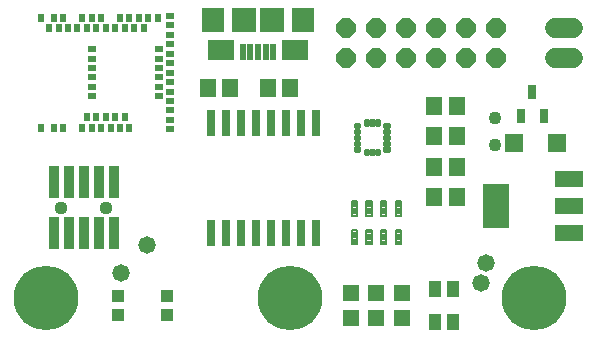
<source format=gts>
G04 EAGLE Gerber RS-274X export*
G75*
%MOMM*%
%FSLAX34Y34*%
%LPD*%
%INTop Solder Mask*%
%IPPOS*%
%AMOC8*
5,1,8,0,0,1.08239X$1,22.5*%
G01*
%ADD10C,1.651000*%
%ADD11R,1.327000X1.327000*%
%ADD12R,0.527000X1.477000*%
%ADD13R,2.227000X1.727000*%
%ADD14R,1.927000X2.027000*%
%ADD15R,2.027000X2.027000*%
%ADD16C,0.203669*%
%ADD17C,0.210238*%
%ADD18R,0.728900X2.179400*%
%ADD19R,0.527000X0.727000*%
%ADD20R,0.727000X0.527000*%
%ADD21R,1.427000X1.627000*%
%ADD22R,0.887000X2.727000*%
%ADD23C,1.127000*%
%ADD24R,1.027000X1.027000*%
%ADD25P,1.787026X8X22.500000*%
%ADD26R,1.027000X1.327000*%
%ADD27C,5.461000*%
%ADD28C,0.214650*%
%ADD29R,1.527000X1.527000*%
%ADD30R,0.762000X1.143000*%
%ADD31R,2.362200X1.346200*%
%ADD32R,2.327000X3.727000*%
%ADD33C,1.102000*%
%ADD34C,1.477000*%


D10*
X474980Y273050D02*
X490220Y273050D01*
X490220Y247650D02*
X474980Y247650D01*
D11*
X345440Y27600D03*
X345440Y48600D03*
D12*
X223520Y252730D03*
X230020Y252730D03*
X217020Y252730D03*
X236520Y252730D03*
X210520Y252730D03*
D13*
X254520Y253980D03*
X192520Y253980D03*
D14*
X261520Y279480D03*
X185520Y279480D03*
D15*
X235520Y279480D03*
X211520Y279480D03*
D16*
X307367Y102117D02*
X307367Y89783D01*
X302833Y89783D01*
X302833Y102117D01*
X307367Y102117D01*
X307367Y91718D02*
X302833Y91718D01*
X302833Y93653D02*
X307367Y93653D01*
X307367Y95588D02*
X302833Y95588D01*
X302833Y97523D02*
X307367Y97523D01*
X307367Y99458D02*
X302833Y99458D01*
X302833Y101393D02*
X307367Y101393D01*
D17*
X307334Y113816D02*
X307334Y126084D01*
X307334Y113816D02*
X302866Y113816D01*
X302866Y126084D01*
X307334Y126084D01*
X307334Y115813D02*
X302866Y115813D01*
X302866Y117810D02*
X307334Y117810D01*
X307334Y119807D02*
X302866Y119807D01*
X302866Y121804D02*
X307334Y121804D01*
X307334Y123801D02*
X302866Y123801D01*
X302866Y125798D02*
X307334Y125798D01*
X319834Y102084D02*
X319834Y89816D01*
X315366Y89816D01*
X315366Y102084D01*
X319834Y102084D01*
X319834Y91813D02*
X315366Y91813D01*
X315366Y93810D02*
X319834Y93810D01*
X319834Y95807D02*
X315366Y95807D01*
X315366Y97804D02*
X319834Y97804D01*
X319834Y99801D02*
X315366Y99801D01*
X315366Y101798D02*
X319834Y101798D01*
X332334Y102084D02*
X332334Y89816D01*
X327866Y89816D01*
X327866Y102084D01*
X332334Y102084D01*
X332334Y91813D02*
X327866Y91813D01*
X327866Y93810D02*
X332334Y93810D01*
X332334Y95807D02*
X327866Y95807D01*
X327866Y97804D02*
X332334Y97804D01*
X332334Y99801D02*
X327866Y99801D01*
X327866Y101798D02*
X332334Y101798D01*
X344834Y102084D02*
X344834Y89816D01*
X340366Y89816D01*
X340366Y102084D01*
X344834Y102084D01*
X344834Y91813D02*
X340366Y91813D01*
X340366Y93810D02*
X344834Y93810D01*
X344834Y95807D02*
X340366Y95807D01*
X340366Y97804D02*
X344834Y97804D01*
X344834Y99801D02*
X340366Y99801D01*
X340366Y101798D02*
X344834Y101798D01*
X344834Y113816D02*
X344834Y126084D01*
X344834Y113816D02*
X340366Y113816D01*
X340366Y126084D01*
X344834Y126084D01*
X344834Y115813D02*
X340366Y115813D01*
X340366Y117810D02*
X344834Y117810D01*
X344834Y119807D02*
X340366Y119807D01*
X340366Y121804D02*
X344834Y121804D01*
X344834Y123801D02*
X340366Y123801D01*
X340366Y125798D02*
X344834Y125798D01*
X332334Y126084D02*
X332334Y113816D01*
X327866Y113816D01*
X327866Y126084D01*
X332334Y126084D01*
X332334Y115813D02*
X327866Y115813D01*
X327866Y117810D02*
X332334Y117810D01*
X332334Y119807D02*
X327866Y119807D01*
X327866Y121804D02*
X332334Y121804D01*
X332334Y123801D02*
X327866Y123801D01*
X327866Y125798D02*
X332334Y125798D01*
X319834Y126084D02*
X319834Y113816D01*
X315366Y113816D01*
X315366Y126084D01*
X319834Y126084D01*
X319834Y115813D02*
X315366Y115813D01*
X315366Y117810D02*
X319834Y117810D01*
X319834Y119807D02*
X315366Y119807D01*
X315366Y121804D02*
X319834Y121804D01*
X319834Y123801D02*
X315366Y123801D01*
X315366Y125798D02*
X319834Y125798D01*
D18*
X184150Y99514D03*
X196850Y99514D03*
X209550Y99514D03*
X222250Y99514D03*
X234950Y99514D03*
X247650Y99514D03*
X260350Y99514D03*
X273050Y99514D03*
X273050Y192586D03*
X260350Y192586D03*
X247650Y192586D03*
X234950Y192586D03*
X222250Y192586D03*
X209550Y192586D03*
X196850Y192586D03*
X184150Y192586D03*
D11*
X302260Y27600D03*
X302260Y48600D03*
X323850Y27600D03*
X323850Y48600D03*
D19*
X39700Y188450D03*
X50700Y188450D03*
X58700Y188450D03*
X74700Y188450D03*
X78700Y197450D03*
X82700Y188450D03*
X86700Y197450D03*
X90700Y188450D03*
X94700Y197450D03*
X98700Y188450D03*
X102700Y197450D03*
X106700Y188450D03*
X110700Y197450D03*
X114700Y188450D03*
D20*
X148700Y186950D03*
X148700Y194950D03*
X148700Y202950D03*
X148700Y210950D03*
X139700Y214950D03*
X148700Y218950D03*
X139700Y222950D03*
X148700Y226950D03*
X139700Y230950D03*
X148700Y234950D03*
X139700Y238950D03*
X148700Y242950D03*
X139700Y246950D03*
X148700Y250950D03*
X139700Y254950D03*
X148700Y258950D03*
X148700Y266950D03*
X148700Y274950D03*
X148700Y282950D03*
D19*
X138700Y281450D03*
X130700Y281450D03*
X126700Y272450D03*
X122700Y281450D03*
X118700Y272450D03*
X114700Y281450D03*
X110700Y272450D03*
X106700Y281450D03*
X102700Y272450D03*
X94700Y272450D03*
X90700Y281450D03*
X86700Y272450D03*
X82700Y281450D03*
X78700Y272450D03*
X74700Y281450D03*
X70700Y272450D03*
X62700Y272450D03*
X58700Y281450D03*
X54700Y272450D03*
X50700Y281450D03*
X46700Y272450D03*
X39700Y281450D03*
D20*
X82700Y214950D03*
X82700Y222950D03*
X82700Y230950D03*
X82700Y238950D03*
X82700Y246950D03*
X82700Y254950D03*
D21*
X181000Y222250D03*
X200000Y222250D03*
X231800Y222250D03*
X250800Y222250D03*
D22*
X50800Y142150D03*
X63500Y142150D03*
X76200Y142150D03*
X88900Y142150D03*
X101600Y142150D03*
X50800Y99150D03*
X63500Y99150D03*
X76200Y99150D03*
X88900Y99150D03*
X101600Y99150D03*
D23*
X57150Y120650D03*
X95250Y120650D03*
D24*
X105230Y30100D03*
X105230Y46100D03*
X146230Y46100D03*
X146230Y30100D03*
D21*
X391770Y154940D03*
X372770Y154940D03*
X372770Y207010D03*
X391770Y207010D03*
D25*
X298450Y247650D03*
X298450Y273050D03*
X323850Y247650D03*
X323850Y273050D03*
X349250Y247650D03*
X349250Y273050D03*
X374650Y247650D03*
X374650Y273050D03*
X400050Y247650D03*
X400050Y273050D03*
X425450Y247650D03*
X425450Y273050D03*
D26*
X373750Y24100D03*
X388250Y24100D03*
X388250Y52100D03*
X373750Y52100D03*
D27*
X44450Y44450D03*
X457200Y44450D03*
X250825Y44450D03*
D28*
X305428Y189028D02*
X309452Y189028D01*
X305428Y189028D02*
X305428Y191652D01*
X309452Y191652D01*
X309452Y189028D01*
X309452Y191068D02*
X305428Y191068D01*
X305428Y184028D02*
X309452Y184028D01*
X305428Y184028D02*
X305428Y186652D01*
X309452Y186652D01*
X309452Y184028D01*
X309452Y186068D02*
X305428Y186068D01*
X305428Y179028D02*
X309452Y179028D01*
X305428Y179028D02*
X305428Y181652D01*
X309452Y181652D01*
X309452Y179028D01*
X309452Y181068D02*
X305428Y181068D01*
X305428Y174028D02*
X309452Y174028D01*
X305428Y174028D02*
X305428Y176652D01*
X309452Y176652D01*
X309452Y174028D01*
X309452Y176068D02*
X305428Y176068D01*
X305428Y169028D02*
X309452Y169028D01*
X305428Y169028D02*
X305428Y171652D01*
X309452Y171652D01*
X309452Y169028D01*
X309452Y171068D02*
X305428Y171068D01*
X316352Y169752D02*
X316352Y165728D01*
X313728Y165728D01*
X313728Y169752D01*
X316352Y169752D01*
X316352Y167768D02*
X313728Y167768D01*
X321352Y169752D02*
X321352Y165728D01*
X318728Y165728D01*
X318728Y169752D01*
X321352Y169752D01*
X321352Y167768D02*
X318728Y167768D01*
X326352Y169752D02*
X326352Y165728D01*
X323728Y165728D01*
X323728Y169752D01*
X326352Y169752D01*
X326352Y167768D02*
X323728Y167768D01*
X330628Y171652D02*
X334652Y171652D01*
X334652Y169028D01*
X330628Y169028D01*
X330628Y171652D01*
X330628Y171068D02*
X334652Y171068D01*
X334652Y176652D02*
X330628Y176652D01*
X334652Y176652D02*
X334652Y174028D01*
X330628Y174028D01*
X330628Y176652D01*
X330628Y176068D02*
X334652Y176068D01*
X334652Y181652D02*
X330628Y181652D01*
X334652Y181652D02*
X334652Y179028D01*
X330628Y179028D01*
X330628Y181652D01*
X330628Y181068D02*
X334652Y181068D01*
X334652Y186652D02*
X330628Y186652D01*
X334652Y186652D02*
X334652Y184028D01*
X330628Y184028D01*
X330628Y186652D01*
X330628Y186068D02*
X334652Y186068D01*
X334652Y191652D02*
X330628Y191652D01*
X334652Y191652D02*
X334652Y189028D01*
X330628Y189028D01*
X330628Y191652D01*
X330628Y191068D02*
X334652Y191068D01*
X323728Y190928D02*
X323728Y194952D01*
X326352Y194952D01*
X326352Y190928D01*
X323728Y190928D01*
X323728Y192968D02*
X326352Y192968D01*
X318728Y194952D02*
X318728Y190928D01*
X318728Y194952D02*
X321352Y194952D01*
X321352Y190928D01*
X318728Y190928D01*
X318728Y192968D02*
X321352Y192968D01*
X313728Y194952D02*
X313728Y190928D01*
X313728Y194952D02*
X316352Y194952D01*
X316352Y190928D01*
X313728Y190928D01*
X313728Y192968D02*
X316352Y192968D01*
D21*
X372770Y181610D03*
X391770Y181610D03*
D29*
X476970Y175260D03*
X439970Y175260D03*
D30*
X455930Y218280D03*
X465430Y198280D03*
X446430Y198280D03*
D21*
X372770Y129540D03*
X391770Y129540D03*
D31*
X486918Y98806D03*
X486918Y121920D03*
X486918Y145034D03*
D32*
X424940Y121920D03*
D33*
X424180Y173990D03*
D34*
X107950Y65278D03*
X412750Y57150D03*
D33*
X424180Y196850D03*
D34*
X129540Y88900D03*
X416560Y73660D03*
M02*

</source>
